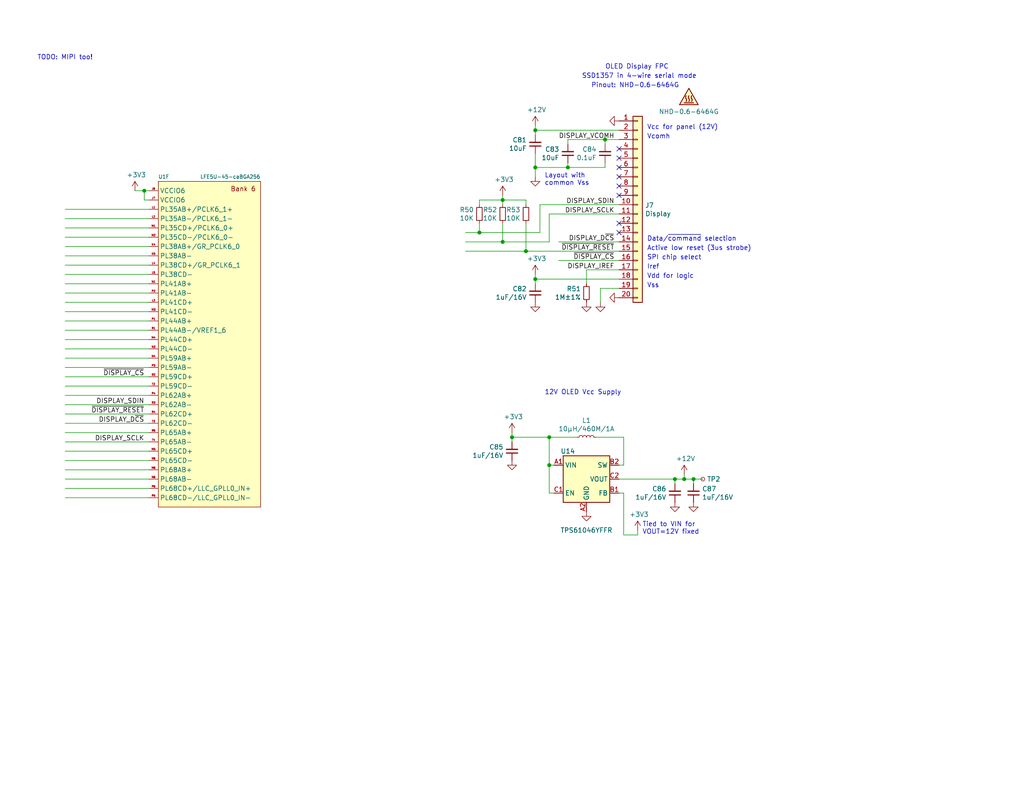
<source format=kicad_sch>
(kicad_sch (version 20200512) (host eeschema "(5.99.0-1839-gb83d64fc0)")
  (page 1 8)
  (paper "USLetter")
  (title_block (title "Embedded Display TX") (rev "r0A"))
  (lib_symbols
    (symbol "Connector:TestPoint_Small" (pin_numbers hide) (pin_names (offset 0.762) hide)
      (property "Reference" "TP" (at 0 3.81 0))
      (property "Value" "TestPoint_Small" (at 0 2.032 0))
      (symbol "TestPoint_Small_0_1"
        (circle (center 0 0) (radius 0.508))
      )
      (symbol "TestPoint_Small_1_1"
        (pin passive line (at 0 0 90) (length 0) (name "1") (number "1"))
      )
    )
    (symbol "Connector_Generic:Conn_01x20" (pin_names hide)
      (property "Reference" "J" (at 0 25.4 0))
      (property "Value" "Conn_01x20" (at 0 -27.94 0))
      (symbol "Conn_01x20_1_1"
        (rectangle (start -1.27 -4.953) (end 0 -5.207) (stroke (width 0.1524)))
        (rectangle (start -1.27 -7.493) (end 0 -7.747) (stroke (width 0.1524)))
        (rectangle (start -1.27 -10.033) (end 0 -10.287) (stroke (width 0.1524)))
        (rectangle (start -1.27 -12.573) (end 0 -12.827) (stroke (width 0.1524)))
        (rectangle (start -1.27 -15.113) (end 0 -15.367) (stroke (width 0.1524)))
        (rectangle (start -1.27 -17.653) (end 0 -17.907) (stroke (width 0.1524)))
        (rectangle (start -1.27 -20.193) (end 0 -20.447) (stroke (width 0.1524)))
        (rectangle (start -1.27 -22.733) (end 0 -22.987) (stroke (width 0.1524)))
        (rectangle (start -1.27 -2.413) (end 0 -2.667) (stroke (width 0.1524)))
        (rectangle (start -1.27 -25.273) (end 0 -25.527) (stroke (width 0.1524)))
        (rectangle (start -1.27 2.667) (end 0 2.413) (stroke (width 0.1524)))
        (rectangle (start -1.27 5.207) (end 0 4.953) (stroke (width 0.1524)))
        (rectangle (start -1.27 7.747) (end 0 7.493) (stroke (width 0.1524)))
        (rectangle (start -1.27 10.287) (end 0 10.033) (stroke (width 0.1524)))
        (rectangle (start -1.27 0.127) (end 0 -0.127) (stroke (width 0.1524)))
        (rectangle (start -1.27 12.827) (end 0 12.573) (stroke (width 0.1524)))
        (rectangle (start -1.27 15.367) (end 0 15.113) (stroke (width 0.1524)))
        (rectangle (start -1.27 17.907) (end 0 17.653) (stroke (width 0.1524)))
        (rectangle (start -1.27 20.447) (end 0 20.193) (stroke (width 0.1524)))
        (rectangle (start -1.27 22.987) (end 0 22.733) (stroke (width 0.1524)))
        (rectangle (start -1.27 24.13) (end 1.27 -26.67) (stroke (width 0.254)) (fill (type background)))
        (pin passive line (at -5.08 22.86 0) (length 3.81) (name "Pin_1") (number "1"))
        (pin passive line (at -5.08 0 0) (length 3.81) (name "Pin_10") (number "10"))
        (pin passive line (at -5.08 -2.54 0) (length 3.81) (name "Pin_11") (number "11"))
        (pin passive line (at -5.08 -5.08 0) (length 3.81) (name "Pin_12") (number "12"))
        (pin passive line (at -5.08 -7.62 0) (length 3.81) (name "Pin_13") (number "13"))
        (pin passive line (at -5.08 -10.16 0) (length 3.81) (name "Pin_14") (number "14"))
        (pin passive line (at -5.08 -12.7 0) (length 3.81) (name "Pin_15") (number "15"))
        (pin passive line (at -5.08 -15.24 0) (length 3.81) (name "Pin_16") (number "16"))
        (pin passive line (at -5.08 -17.78 0) (length 3.81) (name "Pin_17") (number "17"))
        (pin passive line (at -5.08 -20.32 0) (length 3.81) (name "Pin_18") (number "18"))
        (pin passive line (at -5.08 -22.86 0) (length 3.81) (name "Pin_19") (number "19"))
        (pin passive line (at -5.08 20.32 0) (length 3.81) (name "Pin_2") (number "2"))
        (pin passive line (at -5.08 -25.4 0) (length 3.81) (name "Pin_20") (number "20"))
        (pin passive line (at -5.08 17.78 0) (length 3.81) (name "Pin_3") (number "3"))
        (pin passive line (at -5.08 15.24 0) (length 3.81) (name "Pin_4") (number "4"))
        (pin passive line (at -5.08 12.7 0) (length 3.81) (name "Pin_5") (number "5"))
        (pin passive line (at -5.08 10.16 0) (length 3.81) (name "Pin_6") (number "6"))
        (pin passive line (at -5.08 7.62 0) (length 3.81) (name "Pin_7") (number "7"))
        (pin passive line (at -5.08 5.08 0) (length 3.81) (name "Pin_8") (number "8"))
        (pin passive line (at -5.08 2.54 0) (length 3.81) (name "Pin_9") (number "9"))
      )
    )
    (symbol "Device:C_Small" (pin_numbers hide) (pin_names (offset 0.254) hide)
      (property "Reference" "C" (at 0.254 1.778 0))
      (property "Value" "C_Small" (at 0.254 -2.032 0))
      (symbol "C_Small_0_1"
        (polyline (pts (xy -1.524 -0.508) (xy 1.524 -0.508)) (stroke (width 0.3302)))
        (polyline (pts (xy -1.524 0.508) (xy 1.524 0.508)) (stroke (width 0.3048)))
      )
      (symbol "C_Small_1_1"
        (pin passive line (at 0 2.54 270) (length 2.032) (name "~") (number "1"))
        (pin passive line (at 0 -2.54 90) (length 2.032) (name "~") (number "2"))
      )
    )
    (symbol "Device:C_Small_1" (pin_numbers hide) (pin_names (offset 0.254) hide)
      (property "Reference" "C" (at 0.254 1.778 0))
      (property "Value" "C_Small" (at 0.254 -2.032 0))
      (symbol "C_Small_1_0_1"
        (polyline (pts (xy -1.524 -0.508) (xy 1.524 -0.508)) (stroke (width 0.3302)))
        (polyline (pts (xy -1.524 0.508) (xy 1.524 0.508)) (stroke (width 0.3048)))
      )
      (symbol "C_Small_1_1_1"
        (pin passive line (at 0 2.54 270) (length 2.032) (name "~") (number "1"))
        (pin passive line (at 0 -2.54 90) (length 2.032) (name "~") (number "2"))
      )
    )
    (symbol "Device:C_Small_2" (pin_numbers hide) (pin_names (offset 0.254) hide)
      (property "Reference" "C" (at 0.254 1.778 0))
      (property "Value" "C_Small" (at 0.254 -2.032 0))
      (symbol "C_Small_2_0_1"
        (polyline (pts (xy -1.524 -0.508) (xy 1.524 -0.508)) (stroke (width 0.3302)))
        (polyline (pts (xy -1.524 0.508) (xy 1.524 0.508)) (stroke (width 0.3048)))
      )
      (symbol "C_Small_2_1_1"
        (pin passive line (at 0 2.54 270) (length 2.032) (name "~") (number "1"))
        (pin passive line (at 0 -2.54 90) (length 2.032) (name "~") (number "2"))
      )
    )
    (symbol "Device:L_Small" (pin_numbers hide) (pin_names (offset 0.254) hide)
      (property "Reference" "L" (at 0.762 1.016 0))
      (property "Value" "L_Small" (at 0.762 -1.016 0))
      (symbol "L_Small_0_1"
        (arc (start 0 -2.032) (end 0 -1.016) (radius (at 0 -1.524) (length 0.508) (angles -89.9 89.9)))
        (arc (start 0 -1.016) (end 0 0) (radius (at 0 -0.508) (length 0.508) (angles -89.9 89.9)))
        (arc (start 0 0) (end 0 1.016) (radius (at 0 0.508) (length 0.508) (angles -89.9 89.9)))
        (arc (start 0 1.016) (end 0 2.032) (radius (at 0 1.524) (length 0.508) (angles -89.9 89.9)))
      )
      (symbol "L_Small_1_1"
        (pin passive line (at 0 2.54 270) (length 0.508) (name "~") (number "1"))
        (pin passive line (at 0 -2.54 90) (length 0.508) (name "~") (number "2"))
      )
    )
    (symbol "Device:R_Small" (pin_numbers hide) (pin_names (offset 0.254) hide)
      (property "Reference" "R" (at 0.762 0.508 0))
      (property "Value" "R_Small" (at 0.762 -1.016 0))
      (symbol "R_Small_0_1"
        (rectangle (start -0.762 1.778) (end 0.762 -1.778) (stroke (width 0.2032)))
      )
      (symbol "R_Small_1_1"
        (pin passive line (at 0 2.54 270) (length 0.762) (name "~") (number "1"))
        (pin passive line (at 0 -2.54 90) (length 0.762) (name "~") (number "2"))
      )
    )
    (symbol "Device:R_Small_1" (pin_numbers hide) (pin_names (offset 0.254) hide)
      (property "Reference" "R" (at 0.762 0.508 0))
      (property "Value" "R_Small" (at 0.762 -1.016 0))
      (symbol "R_Small_1_0_1"
        (rectangle (start -0.762 1.778) (end 0.762 -1.778) (stroke (width 0.2032)))
      )
      (symbol "R_Small_1_1_1"
        (pin passive line (at 0 2.54 270) (length 0.762) (name "~") (number "1"))
        (pin passive line (at 0 -2.54 90) (length 0.762) (name "~") (number "2"))
      )
    )
    (symbol "Device:R_Small_2" (pin_numbers hide) (pin_names (offset 0.254) hide)
      (property "Reference" "R" (at 0.762 0.508 0))
      (property "Value" "R_Small" (at 0.762 -1.016 0))
      (symbol "R_Small_2_0_1"
        (rectangle (start -0.762 1.778) (end 0.762 -1.778) (stroke (width 0.2032)))
      )
      (symbol "R_Small_2_1_1"
        (pin passive line (at 0 2.54 270) (length 0.762) (name "~") (number "1"))
        (pin passive line (at 0 -2.54 90) (length 0.762) (name "~") (number "2"))
      )
    )
    (symbol "Device:R_Small_5" (pin_numbers hide) (pin_names (offset 0.254) hide)
      (property "Reference" "R" (at 0.762 0.508 0))
      (property "Value" "R_Small" (at 0.762 -1.016 0))
      (symbol "R_Small_5_0_1"
        (rectangle (start -0.762 1.778) (end 0.762 -1.778) (stroke (width 0.2032)))
      )
      (symbol "R_Small_5_1_1"
        (pin passive line (at 0 2.54 270) (length 0.762) (name "~") (number "1"))
        (pin passive line (at 0 -2.54 90) (length 0.762) (name "~") (number "2"))
      )
    )
    (symbol "FPGA_Lattice_RD:LFE5U-XX-XBG256_6"
      (property "Reference" "U" (at 0 21.59 0))
      (property "Value" "LFE5U-XX-XBG256" (at 0 20.32 0))
      (symbol "LFE5U-XX-XBG256_6_2_1"
        (text "Bank 0" (at 12.7 16.51 0) (effects (font (size 1.27 1.27)) (justify right top)))
        (rectangle (start -13.97 17.78) (end 13.97 -50.8) (stroke (width 0.1524)) (fill (type background)))
        (pin bidirectional line (at -16.51 10.16 0) (length 2.4892) (name "PT4AB+/ULC_GPLL1_IN+") (number "A2"))
        (pin bidirectional line (at -16.51 5.08 0) (length 2.4892) (name "PT6AB+") (number "A3"))
        (pin bidirectional line (at -16.51 2.54 0) (length 2.4892) (name "PT6AB-") (number "A4"))
        (pin bidirectional line (at -16.51 -20.32 0) (length 2.4892) (name "PT18AB+") (number "A5"))
        (pin bidirectional line (at -16.51 -22.86 0) (length 2.4892) (name "PT18AB-") (number "A6"))
        (pin bidirectional line (at -16.51 -45.72 0) (length 2.4892) (name "PT38AB+/PCLK0_0+") (number "A7"))
        (pin bidirectional line (at -16.51 -48.26 0) (length 2.4892) (name "PT38AB-/PCLK0_0-") (number "A8"))
        (pin bidirectional line (at -16.51 7.62 0) (length 2.4892) (name "PT4AB-/ULC_GPLL1_IN-") (number "B3"))
        (pin bidirectional line (at -16.51 -7.62 0) (length 2.4892) (name "PT11AB-") (number "B4"))
        (pin bidirectional line (at -16.51 -17.78 0) (length 2.4892) (name "PT15AB-") (number "B5"))
        (pin bidirectional line (at -16.51 -33.02 0) (length 2.4892) (name "PT31AB-") (number "B6"))
        (pin bidirectional line (at -16.51 -43.18 0) (length 2.4892) (name "PT36AB-/PCLK0_1-") (number "B7"))
        (pin bidirectional line (at -16.51 -5.08 0) (length 2.4892) (name "PT11AB+") (number "C4"))
        (pin bidirectional line (at -16.51 -15.24 0) (length 2.4892) (name "PT15AB+") (number "C5"))
        (pin bidirectional line (at -16.51 -30.48 0) (length 2.4892) (name "PT31AB+") (number "C6"))
        (pin bidirectional line (at -16.51 -40.64 0) (length 2.4892) (name "PT36AB+/PCLK0_1+") (number "C7"))
        (pin bidirectional line (at -16.51 -2.54 0) (length 2.4892) (name "PT9AB-") (number "D4"))
        (pin bidirectional line (at -16.51 -12.7 0) (length 2.4892) (name "PT13AB-") (number "D5"))
        (pin bidirectional line (at -16.51 -27.94 0) (length 2.4892) (name "PT20AB-") (number "D6"))
        (pin bidirectional line (at -16.51 -38.1 0) (length 2.4892) (name "PT33AB-/GR_PCLK0_0") (number "D7"))
        (pin bidirectional line (at -16.51 0 0) (length 2.4892) (name "PT9AB+") (number "E4"))
        (pin bidirectional line (at -16.51 -10.16 0) (length 2.4892) (name "PT13AB+") (number "E5"))
        (pin bidirectional line (at -16.51 -25.4 0) (length 2.4892) (name "PT20AB+") (number "E6"))
        (pin bidirectional line (at -16.51 -35.56 0) (length 2.4892) (name "PT33AB+/GR_PCLK0_1") (number "E7"))
        (pin power_in line (at -16.51 15.24 0) (length 2.4892) (name "VCCIO0") (number "F6"))
        (pin power_in line (at -16.51 12.7 0) (length 2.4892) (name "VCCIO0") (number "F7"))
      )
      (symbol "LFE5U-XX-XBG256_6_3_1"
        (text "Bank 1" (at 12.7 16.51 0) (effects (font (size 1.27 1.27)) (justify right top)))
        (rectangle (start -13.97 17.78) (end 13.97 -71.12) (stroke (width 0.1524)) (fill (type background)))
        (pin bidirectional line (at -16.51 -12.7 0) (length 2.4892) (name "PT51AB-") (number "A10"))
        (pin bidirectional line (at -16.51 -35.56 0) (length 2.4892) (name "PT71AB+") (number "A11"))
        (pin bidirectional line (at -16.51 -38.1 0) (length 2.4892) (name "PT71AB-") (number "A12"))
        (pin bidirectional line (at -16.51 -60.96 0) (length 2.4892) (name "PT83AB+") (number "A13"))
        (pin bidirectional line (at -16.51 -63.5 0) (length 2.4892) (name "PT83AB-") (number "A14"))
        (pin bidirectional line (at -16.51 -68.58 0) (length 2.4892) (name "PT85AB-/URC_GPLL1_IN-") (number "A15"))
        (pin bidirectional line (at -16.51 -10.16 0) (length 2.4892) (name "PT51AB+") (number "A9"))
        (pin bidirectional line (at -16.51 -15.24 0) (length 2.4892) (name "PT53AB+") (number "B10"))
        (pin bidirectional line (at -16.51 -25.4 0) (length 2.4892) (name "PT58AB+") (number "B11"))
        (pin bidirectional line (at -16.51 -40.64 0) (length 2.4892) (name "PT74AB+") (number "B12"))
        (pin bidirectional line (at -16.51 -50.8 0) (length 2.4892) (name "PT78AB+") (number "B13"))
        (pin bidirectional line (at -16.51 -66.04 0) (length 2.4892) (name "PT85AB+/URC_GPLL1_IN+") (number "B14"))
        (pin bidirectional line (at -16.51 2.54 0) (length 2.4892) (name "PT44AB-/PCLK1_0-") (number "B8"))
        (pin bidirectional line (at -16.51 0 0) (length 2.4892) (name "PT47AB+/GR_PCLK1_0") (number "B9"))
        (pin bidirectional line (at -16.51 -17.78 0) (length 2.4892) (name "PT53AB-") (number "C10"))
        (pin bidirectional line (at -16.51 -27.94 0) (length 2.4892) (name "PT58AB-") (number "C11"))
        (pin bidirectional line (at -16.51 -43.18 0) (length 2.4892) (name "PT74AB-") (number "C12"))
        (pin bidirectional line (at -16.51 -53.34 0) (length 2.4892) (name "PT78AB-") (number "C13"))
        (pin bidirectional line (at -16.51 5.08 0) (length 2.4892) (name "PT44AB+/PCLK1_0+") (number "C8"))
        (pin bidirectional line (at -16.51 -2.54 0) (length 2.4892) (name "PT47AB-/GR_PCLK1_1") (number "C9"))
        (pin bidirectional line (at -16.51 -20.32 0) (length 2.4892) (name "PT56AB+") (number "D10"))
        (pin bidirectional line (at -16.51 -30.48 0) (length 2.4892) (name "PT69AB+") (number "D11"))
        (pin bidirectional line (at -16.51 -45.72 0) (length 2.4892) (name "PT76AB+") (number "D12"))
        (pin bidirectional line (at -16.51 -55.88 0) (length 2.4892) (name "PT80AB+") (number "D13"))
        (pin bidirectional line (at -16.51 7.62 0) (length 2.4892) (name "PT42AB-/PCLK1_1-") (number "D8"))
        (pin bidirectional line (at -16.51 -5.08 0) (length 2.4892) (name "PT49AB+") (number "D9"))
        (pin bidirectional line (at -16.51 -22.86 0) (length 2.4892) (name "PT56AB-") (number "E10"))
        (pin bidirectional line (at -16.51 -33.02 0) (length 2.4892) (name "PT69AB-") (number "E11"))
        (pin bidirectional line (at -16.51 -48.26 0) (length 2.4892) (name "PT76AB-") (number "E12"))
        (pin bidirectional line (at -16.51 -58.42 0) (length 2.4892) (name "PT80AB-") (number "E13"))
        (pin bidirectional line (at -16.51 10.16 0) (length 2.4892) (name "PT42AB+/PCLK1_1+") (number "E8"))
        (pin bidirectional line (at -16.51 -7.62 0) (length 2.4892) (name "PT49AB-") (number "E9"))
        (pin power_in line (at -16.51 15.24 0) (length 2.4892) (name "VCCIO1") (number "F10"))
        (pin power_in line (at -16.51 12.7 0) (length 2.4892) (name "VCCIO1") (number "F11"))
      )
      (symbol "LFE5U-XX-XBG256_6_4_1"
        (text "Bank 2" (at 12.7 16.51 0) (effects (font (size 1.27 1.27)) (justify right top)))
        (rectangle (start -13.97 17.78) (end 13.97 -71.12) (stroke (width 0.1524)) (fill (type background)))
        (pin bidirectional line (at -16.51 7.62 0) (length 2.4892) (name "PR11AB-/URC_GPLL0_IN-") (number "B15"))
        (pin bidirectional line (at -16.51 10.16 0) (length 2.4892) (name "PR11AB+/URC_GPLL0_IN+") (number "B16"))
        (pin bidirectional line (at -16.51 5.08 0) (length 2.4892) (name "PR11CD+") (number "C14"))
        (pin bidirectional line (at -16.51 -2.54 0) (length 2.4892) (name "PR14AB-") (number "C15"))
        (pin bidirectional line (at -16.51 0 0) (length 2.4892) (name "PR14AB+") (number "C16"))
        (pin bidirectional line (at -16.51 2.54 0) (length 2.4892) (name "PR11CD-") (number "D14"))
        (pin bidirectional line (at -16.51 -10.16 0) (length 2.4892) (name "PR17AB+") (number "D16"))
        (pin bidirectional line (at -16.51 -5.08 0) (length 2.4892) (name "PR14CD+") (number "E14"))
        (pin bidirectional line (at -16.51 -12.7 0) (length 2.4892) (name "PR17AB-") (number "E15"))
        (pin bidirectional line (at -16.51 -27.94 0) (length 2.4892) (name "PR20CD-") (number "E16"))
        (pin bidirectional line (at -16.51 -17.78 0) (length 2.4892) (name "PR17CD-") (number "F12"))
        (pin bidirectional line (at -16.51 -15.24 0) (length 2.4892) (name "PR17CD+") (number "F13"))
        (pin bidirectional line (at -16.51 -7.62 0) (length 2.4892) (name "PR14CD-") (number "F14"))
        (pin bidirectional line (at -16.51 -25.4 0) (length 2.4892) (name "PR20CD+") (number "F15"))
        (pin bidirectional line (at -16.51 -30.48 0) (length 2.4892) (name "PR23AB+") (number "F16"))
        (pin bidirectional line (at -16.51 -20.32 0) (length 2.4892) (name "PR20AB+") (number "G12"))
        (pin bidirectional line (at -16.51 -22.86 0) (length 2.4892) (name "PR20AB-") (number "G13"))
        (pin bidirectional line (at -16.51 -35.56 0) (length 2.4892) (name "PR23CD+/VREF1_2") (number "G14"))
        (pin bidirectional line (at -16.51 -33.02 0) (length 2.4892) (name "PR23AB-") (number "G15"))
        (pin bidirectional line (at -16.51 -50.8 0) (length 2.4892) (name "PR29AB+/GR_PCLK2_1") (number "G16"))
        (pin power_in line (at -16.51 15.24 0) (length 2.4892) (name "VCCIO2") (number "H11"))
        (pin bidirectional line (at -16.51 -40.64 0) (length 2.4892) (name "PR26AB+") (number "H12"))
        (pin bidirectional line (at -16.51 -43.18 0) (length 2.4892) (name "PR26AB-") (number "H13"))
        (pin bidirectional line (at -16.51 -38.1 0) (length 2.4892) (name "PR23CD-") (number "H14"))
        (pin bidirectional line (at -16.51 -53.34 0) (length 2.4892) (name "PR29AB-") (number "H15"))
        (pin power_in line (at -16.51 12.7 0) (length 2.4892) (name "VCCIO2") (number "J11"))
        (pin bidirectional line (at -16.51 -48.26 0) (length 2.4892) (name "PR26CD-") (number "J12"))
        (pin bidirectional line (at -16.51 -45.72 0) (length 2.4892) (name "PR26CD+") (number "J13"))
        (pin bidirectional line (at -16.51 -55.88 0) (length 2.4892) (name "PR29CD+/GR_PCLK2_0") (number "J14"))
        (pin bidirectional line (at -16.51 -63.5 0) (length 2.4892) (name "PR32AB-/PCLK2_1-") (number "J15"))
        (pin bidirectional line (at -16.51 -60.96 0) (length 2.4892) (name "PR32AB+/PCLK2_1+") (number "J16"))
        (pin bidirectional line (at -16.51 -58.42 0) (length 2.4892) (name "PR29CD-") (number "K14"))
        (pin bidirectional line (at -16.51 -68.58 0) (length 2.4892) (name "PR32CD-/PCLK2_0-") (number "K15"))
        (pin bidirectional line (at -16.51 -66.04 0) (length 2.4892) (name "PR32CD+/PCLK2_0+") (number "K16"))
      )
      (symbol "LFE5U-XX-XBG256_6_5_1"
        (text "Bank 3" (at 12.7 16.51 0) (effects (font (size 1.27 1.27)) (justify right top)))
        (rectangle (start -13.97 17.78) (end 13.97 -71.12) (stroke (width 0.1524)) (fill (type background)))
        (pin power_in line (at -16.51 15.24 0) (length 2.4892) (name "VCCIO3") (number "K11"))
        (pin bidirectional line (at -16.51 -2.54 0) (length 2.4892) (name "PR38AB-") (number "K12"))
        (pin bidirectional line (at -16.51 0 0) (length 2.4892) (name "PR38AB+/GR_PCLK3_0") (number "K13"))
        (pin power_in line (at -16.51 12.7 0) (length 2.4892) (name "VCCIO3") (number "L11"))
        (pin bidirectional line (at -16.51 -7.62 0) (length 2.4892) (name "PR38CD-") (number "L12"))
        (pin bidirectional line (at -16.51 -5.08 0) (length 2.4892) (name "PR38CD+/GR_PCLK3_1") (number "L13"))
        (pin bidirectional line (at -16.51 -15.24 0) (length 2.4892) (name "PR41CD+") (number "L14"))
        (pin bidirectional line (at -16.51 7.62 0) (length 2.4892) (name "PR35AB-/PCLK3_1-") (number "L15"))
        (pin bidirectional line (at -16.51 10.16 0) (length 2.4892) (name "PR35AB+/PCLK3_1+") (number "L16"))
        (pin bidirectional line (at -16.51 -60.96 0) (length 2.4892) (name "PR68AB+") (number "M11"))
        (pin bidirectional line (at -16.51 -55.88 0) (length 2.4892) (name "PR65CD+") (number "M12"))
        (pin bidirectional line (at -16.51 -25.4 0) (length 2.4892) (name "PR44CD+") (number "M13"))
        (pin bidirectional line (at -16.51 -17.78 0) (length 2.4892) (name "PR41CD-") (number "M14"))
        (pin bidirectional line (at -16.51 2.54 0) (length 2.4892) (name "PR35CD-/PCLK3_0-") (number "M15"))
        (pin bidirectional line (at -16.51 5.08 0) (length 2.4892) (name "PR35CD+/PCLK3_0+") (number "M16"))
        (pin bidirectional line (at -16.51 -63.5 0) (length 2.4892) (name "PR68AB-") (number "N11"))
        (pin bidirectional line (at -16.51 -58.42 0) (length 2.4892) (name "PR65CD-") (number "N12"))
        (pin bidirectional line (at -16.51 -30.48 0) (length 2.4892) (name "PR59AB+") (number "N13"))
        (pin bidirectional line (at -16.51 -27.94 0) (length 2.4892) (name "PR44CD-") (number "N14"))
        (pin bidirectional line (at -16.51 -10.16 0) (length 2.4892) (name "PR41AB+") (number "N16"))
        (pin bidirectional line (at -16.51 -66.04 0) (length 2.4892) (name "PR68CD+/LRC_GPLL0_IN+") (number "P11"))
        (pin bidirectional line (at -16.51 -68.58 0) (length 2.4892) (name "PR68CD-/LRC_GPLL0_IN-") (number "P12"))
        (pin bidirectional line (at -16.51 -40.64 0) (length 2.4892) (name "PR62AB+") (number "P13"))
        (pin bidirectional line (at -16.51 -33.02 0) (length 2.4892) (name "PR59AB-") (number "P14"))
        (pin bidirectional line (at -16.51 -12.7 0) (length 2.4892) (name "PR41AB-") (number "P15"))
        (pin bidirectional line (at -16.51 -20.32 0) (length 2.4892) (name "PR44AB+") (number "P16"))
        (pin bidirectional line (at -16.51 -50.8 0) (length 2.4892) (name "PR65AB+") (number "R12"))
        (pin bidirectional line (at -16.51 -45.72 0) (length 2.4892) (name "PR62CD+") (number "R13"))
        (pin bidirectional line (at -16.51 -43.18 0) (length 2.4892) (name "PR62AB-") (number "R14"))
        (pin bidirectional line (at -16.51 -35.56 0) (length 2.4892) (name "PR59CD+") (number "R15"))
        (pin bidirectional line (at -16.51 -22.86 0) (length 2.4892) (name "PR44AB-/VREF1_3") (number "R16"))
        (pin bidirectional line (at -16.51 -53.34 0) (length 2.4892) (name "PR65AB-") (number "T13"))
        (pin bidirectional line (at -16.51 -48.26 0) (length 2.4892) (name "PR62CD-") (number "T14"))
        (pin bidirectional line (at -16.51 -38.1 0) (length 2.4892) (name "PR59CD-") (number "T15"))
      )
      (symbol "LFE5U-XX-XBG256_6_6_1"
        (text "Bank 6" (at 12.7 16.51 0) (effects (font (size 1.27 1.27)) (justify right top)))
        (rectangle (start -13.97 17.78) (end 13.97 -71.12) (stroke (width 0.1524)) (fill (type background)))
        (pin power_in line (at -16.51 15.24 0) (length 2.4892) (name "VCCIO6") (number "J6"))
        (pin power_in line (at -16.51 12.7 0) (length 2.4892) (name "VCCIO6") (number "J7"))
        (pin bidirectional line (at -16.51 0 0) (length 2.4892) (name "PL38AB+/GR_PCLK6_0") (number "K4"))
        (pin bidirectional line (at -16.51 -2.54 0) (length 2.4892) (name "PL38AB-") (number "K5"))
        (pin bidirectional line (at -16.51 10.16 0) (length 2.4892) (name "PL35AB+/PCLK6_1+") (number "L1"))
        (pin bidirectional line (at -16.51 7.62 0) (length 2.4892) (name "PL35AB-/PCLK6_1-") (number "L2"))
        (pin bidirectional line (at -16.51 -15.24 0) (length 2.4892) (name "PL41CD+") (number "L3"))
        (pin bidirectional line (at -16.51 -5.08 0) (length 2.4892) (name "PL38CD+/GR_PCLK6_1") (number "L4"))
        (pin bidirectional line (at -16.51 -7.62 0) (length 2.4892) (name "PL38CD-") (number "L5"))
        (pin bidirectional line (at -16.51 5.08 0) (length 2.4892) (name "PL35CD+/PCLK6_0+") (number "M1"))
        (pin bidirectional line (at -16.51 2.54 0) (length 2.4892) (name "PL35CD-/PCLK6_0-") (number "M2"))
        (pin bidirectional line (at -16.51 -17.78 0) (length 2.4892) (name "PL41CD-") (number "M3"))
        (pin bidirectional line (at -16.51 -25.4 0) (length 2.4892) (name "PL44CD+") (number "M4"))
        (pin bidirectional line (at -16.51 -55.88 0) (length 2.4892) (name "PL65CD+") (number "M5"))
        (pin bidirectional line (at -16.51 -60.96 0) (length 2.4892) (name "PL68AB+") (number "M6"))
        (pin bidirectional line (at -16.51 -10.16 0) (length 2.4892) (name "PL41AB+") (number "N1"))
        (pin bidirectional line (at -16.51 -27.94 0) (length 2.4892) (name "PL44CD-") (number "N3"))
        (pin bidirectional line (at -16.51 -30.48 0) (length 2.4892) (name "PL59AB+") (number "N4"))
        (pin bidirectional line (at -16.51 -58.42 0) (length 2.4892) (name "PL65CD-") (number "N5"))
        (pin bidirectional line (at -16.51 -63.5 0) (length 2.4892) (name "PL68AB-") (number "N6"))
        (pin bidirectional line (at -16.51 -20.32 0) (length 2.4892) (name "PL44AB+") (number "P1"))
        (pin bidirectional line (at -16.51 -12.7 0) (length 2.4892) (name "PL41AB-") (number "P2"))
        (pin bidirectional line (at -16.51 -33.02 0) (length 2.4892) (name "PL59AB-") (number "P3"))
        (pin bidirectional line (at -16.51 -40.64 0) (length 2.4892) (name "PL62AB+") (number "P4"))
        (pin bidirectional line (at -16.51 -68.58 0) (length 2.4892) (name "PL68CD-/LLC_GPLL0_IN-") (number "P5"))
        (pin bidirectional line (at -16.51 -66.04 0) (length 2.4892) (name "PL68CD+/LLC_GPLL0_IN+") (number "P6"))
        (pin bidirectional line (at -16.51 -22.86 0) (length 2.4892) (name "PL44AB-/VREF1_6") (number "R1"))
        (pin bidirectional line (at -16.51 -35.56 0) (length 2.4892) (name "PL59CD+") (number "R2"))
        (pin bidirectional line (at -16.51 -43.18 0) (length 2.4892) (name "PL62AB-") (number "R3"))
        (pin bidirectional line (at -16.51 -45.72 0) (length 2.4892) (name "PL62CD+") (number "R4"))
        (pin bidirectional line (at -16.51 -50.8 0) (length 2.4892) (name "PL65AB+") (number "R5"))
        (pin bidirectional line (at -16.51 -38.1 0) (length 2.4892) (name "PL59CD-") (number "T2"))
        (pin bidirectional line (at -16.51 -48.26 0) (length 2.4892) (name "PL62CD-") (number "T3"))
        (pin bidirectional line (at -16.51 -53.34 0) (length 2.4892) (name "PL65AB-") (number "T4"))
      )
      (symbol "LFE5U-XX-XBG256_6_7_1"
        (text "Bank 7" (at 12.7 16.51 0) (effects (font (size 1.27 1.27)) (justify right top)))
        (rectangle (start -13.97 17.78) (end 13.97 -71.12) (stroke (width 0.1524)) (fill (type background)))
        (pin bidirectional line (at -16.51 10.16 0) (length 2.4892) (name "PL11AB+/ULC_GPLL0_IN+") (number "B1"))
        (pin bidirectional line (at -16.51 7.62 0) (length 2.4892) (name "PL11AB-/ULC_GPLL0_IN-") (number "B2"))
        (pin bidirectional line (at -16.51 0 0) (length 2.4892) (name "PL14AB+") (number "C1"))
        (pin bidirectional line (at -16.51 -2.54 0) (length 2.4892) (name "PL14AB-") (number "C2"))
        (pin bidirectional line (at -16.51 5.08 0) (length 2.4892) (name "PL11CD+") (number "C3"))
        (pin bidirectional line (at -16.51 -10.16 0) (length 2.4892) (name "PL17AB+") (number "D1"))
        (pin bidirectional line (at -16.51 2.54 0) (length 2.4892) (name "PL11CD-") (number "D3"))
        (pin bidirectional line (at -16.51 -27.94 0) (length 2.4892) (name "PL20CD-") (number "E1"))
        (pin bidirectional line (at -16.51 -12.7 0) (length 2.4892) (name "PL17AB-") (number "E2"))
        (pin bidirectional line (at -16.51 -5.08 0) (length 2.4892) (name "PL14CD+") (number "E3"))
        (pin bidirectional line (at -16.51 -30.48 0) (length 2.4892) (name "PL23AB+") (number "F1"))
        (pin bidirectional line (at -16.51 -25.4 0) (length 2.4892) (name "PL20CD+") (number "F2"))
        (pin bidirectional line (at -16.51 -7.62 0) (length 2.4892) (name "PL14CD-") (number "F3"))
        (pin bidirectional line (at -16.51 -15.24 0) (length 2.4892) (name "PL17CD+") (number "F4"))
        (pin bidirectional line (at -16.51 -17.78 0) (length 2.4892) (name "PL17CD-") (number "F5"))
        (pin bidirectional line (at -16.51 -50.8 0) (length 2.4892) (name "PL29AB+/GR_PCLK7_1") (number "G1"))
        (pin bidirectional line (at -16.51 -33.02 0) (length 2.4892) (name "PL23AB-") (number "G2"))
        (pin bidirectional line (at -16.51 -35.56 0) (length 2.4892) (name "PL23CD+/VREF1_7") (number "G3"))
        (pin bidirectional line (at -16.51 -22.86 0) (length 2.4892) (name "PL20AB-") (number "G4"))
        (pin bidirectional line (at -16.51 -20.32 0) (length 2.4892) (name "PL20AB+") (number "G5"))
        (pin bidirectional line (at -16.51 -53.34 0) (length 2.4892) (name "PL29AB-") (number "H2"))
        (pin bidirectional line (at -16.51 -38.1 0) (length 2.4892) (name "PL23CD-") (number "H3"))
        (pin bidirectional line (at -16.51 -43.18 0) (length 2.4892) (name "PL26AB-") (number "H4"))
        (pin bidirectional line (at -16.51 -40.64 0) (length 2.4892) (name "PL26AB+") (number "H5"))
        (pin power_in line (at -16.51 15.24 0) (length 2.4892) (name "VCCIO7") (number "H6"))
        (pin power_in line (at -16.51 12.7 0) (length 2.4892) (name "VCCIO7") (number "H7"))
        (pin bidirectional line (at -16.51 -60.96 0) (length 2.4892) (name "PL32AB+/PCLK7_1+") (number "J1"))
        (pin bidirectional line (at -16.51 -63.5 0) (length 2.4892) (name "PL32AB-/PCLK7_1-") (number "J2"))
        (pin bidirectional line (at -16.51 -55.88 0) (length 2.4892) (name "PL29CD+/GR_PCLK7_0") (number "J3"))
        (pin bidirectional line (at -16.51 -45.72 0) (length 2.4892) (name "PL26CD+") (number "J4"))
        (pin bidirectional line (at -16.51 -48.26 0) (length 2.4892) (name "PL26CD-") (number "J5"))
        (pin bidirectional line (at -16.51 -66.04 0) (length 2.4892) (name "PL32CD+/PCLK7_0+") (number "K1"))
        (pin bidirectional line (at -16.51 -68.58 0) (length 2.4892) (name "PL32CD-/PCLK7_0-") (number "K2"))
        (pin bidirectional line (at -16.51 -58.42 0) (length 2.4892) (name "PL29CD-") (number "K3"))
      )
      (symbol "LFE5U-XX-XBG256_6_8_1"
        (text "Bank 8" (at 19.05 16.51 0) (effects (font (size 1.27 1.27)) (justify right top)))
        (rectangle (start -17.78 17.78) (end 20.32 -52.07) (fill (type background)))
        (pin power_in line (at -20.32 15.24 0) (length 2.4892) (name "VCCIO8") (number "L6"))
        (pin output line (at -20.32 3.81 0) (length 2.4892) (name "TDO") (number "M10"))
        (pin bidirectional line (at -20.32 -31.75 0) (length 2.4892) (name "PB9AB-/D2/IO2") (number "M7"))
        (pin bidirectional line (at -20.32 -44.45 0) (length 2.4892) (name "PB15AB-/DOUT/~CSO") (number "M8"))
        (pin bidirectional line (at -20.32 -49.53 0) (length 2.4892) (name "PB18A/~WRITE") (number "M9"))
        (pin input line (at -20.32 1.27 0) (length 2.4892) (name "CFG_0") (number "N10"))
        (pin bidirectional line (at -20.32 -29.21 0) (length 2.4892) (name "PB9AB+/D3/IO3") (number "N7"))
        (pin bidirectional line (at -20.32 -46.99 0) (length 2.4892) (name "PB15AB+/~HOLD~/DI/BUSY/~CSSPI~/~CE~") (number "N8"))
        (pin bidirectional line (at -20.32 -13.97 0) (length 2.4892) (name "CCLK/MCLK/SCK") (number "N9"))
        (pin input line (at -20.32 -1.27 0) (length 2.4892) (name "CFG_1") (number "P10"))
        (pin bidirectional line (at -20.32 -26.67 0) (length 2.4892) (name "PB6AB-/D4/MOSI2/IO4") (number "P7"))
        (pin bidirectional line (at -20.32 -41.91 0) (length 2.4892) (name "PB13AB-/~CS1") (number "P8"))
        (pin bidirectional line (at -20.32 -11.43 0) (length 2.4892) (name "DONE") (number "P9"))
        (pin input line (at -20.32 -3.81 0) (length 2.4892) (name "CFG_2") (number "R10"))
        (pin input line (at -20.32 6.35 0) (length 2.4892) (name "TDI") (number "R11"))
        (pin bidirectional line (at -20.32 -21.59 0) (length 2.4892) (name "PB4AB-/D6/IO6") (number "R6"))
        (pin bidirectional line (at -20.32 -24.13 0) (length 2.4892) (name "PB6AB+/D5/MISO2/IO5") (number "R7"))
        (pin bidirectional line (at -20.32 -39.37 0) (length 2.4892) (name "PB13AB+/SN/~CS") (number "R8"))
        (pin input line (at -20.32 -8.89 0) (length 2.4892) (name "~PROGRAM") (number "R9"))
        (pin input line (at -20.32 8.89 0) (length 2.4892) (name "TCK") (number "T10"))
        (pin input line (at -20.32 11.43 0) (length 2.4892) (name "TMS") (number "T11"))
        (pin bidirectional line (at -20.32 -19.05 0) (length 2.4892) (name "PB4AB+/D7/IO7") (number "T6"))
        (pin bidirectional line (at -20.32 -34.29 0) (length 2.4892) (name "PB11AB+/D1/MISO/IO1") (number "T7"))
        (pin bidirectional line (at -20.32 -36.83 0) (length 2.4892) (name "PB11AB-/D0/MOSI/IO0") (number "T8"))
        (pin bidirectional line (at -20.32 -6.35 0) (length 2.4892) (name "~INIT") (number "T9"))
      )
      (symbol "LFE5U-XX-XBG256_6_1_1"
        (rectangle (start -19.05 17.78) (end 19.05 -7.62) (fill (type background)))
        (pin power_in line (at -16.51 -10.16 90) (length 2.4892) (name "GND") (number "A1"))
        (pin power_in line (at -15.24 -10.16 90) (length 2.4892) (name "GND") (number "A16"))
        (pin power_in line (at -12.7 -10.16 90) (length 2.4892) (name "GND") (number "D15"))
        (pin power_in line (at -13.97 -10.16 90) (length 2.4892) (name "GND") (number "D2"))
        (pin power_in line (at -11.43 -10.16 90) (length 2.4892) (name "GND") (number "F8"))
        (pin power_in line (at -10.16 -10.16 90) (length 2.4892) (name "GND") (number "F9"))
        (pin power_in line (at -7.62 -10.16 90) (length 2.4892) (name "GND") (number "G10"))
        (pin power_in line (at -21.59 0 0) (length 2.4892) (name "VCCAUX") (number "G11"))
        (pin power_in line (at -21.59 15.24 0) (length 2.4892) (name "VCC") (number "G6"))
        (pin power_in line (at -21.59 12.7 0) (length 2.4892) (name "VCC") (number "G7"))
        (pin power_in line (at -8.89 -10.16 90) (length 2.4892) (name "GND") (number "G8"))
        (pin power_in line (at -21.59 10.16 0) (length 2.4892) (name "VCC") (number "G9"))
        (pin power_in line (at -6.35 -10.16 90) (length 2.4892) (name "GND") (number "H1"))
        (pin power_in line (at -2.54 -10.16 90) (length 2.4892) (name "GND") (number "H10"))
        (pin power_in line (at -1.27 -10.16 90) (length 2.4892) (name "GND") (number "H16"))
        (pin power_in line (at -5.08 -10.16 90) (length 2.4892) (name "GND") (number "H8"))
        (pin power_in line (at -3.81 -10.16 90) (length 2.4892) (name "GND") (number "H9"))
        (pin power_in line (at 2.54 -10.16 90) (length 2.4892) (name "GND") (number "J10"))
        (pin power_in line (at 0 -10.16 90) (length 2.4892) (name "GND") (number "J8"))
        (pin power_in line (at 1.27 -10.16 90) (length 2.4892) (name "GND") (number "J9"))
        (pin power_in line (at 8.89 -10.16 90) (length 2.4892) (name "GND") (number "K10"))
        (pin power_in line (at 3.81 -10.16 90) (length 2.4892) (name "GND") (number "K6"))
        (pin power_in line (at 5.08 -10.16 90) (length 2.4892) (name "GND") (number "K7"))
        (pin power_in line (at 6.35 -10.16 90) (length 2.4892) (name "GND") (number "K8"))
        (pin power_in line (at 7.62 -10.16 90) (length 2.4892) (name "GND") (number "K9"))
        (pin power_in line (at -21.59 2.54 0) (length 2.4892) (name "VCC") (number "L10"))
        (pin power_in line (at -21.59 -2.54 0) (length 2.4892) (name "VCCAUX") (number "L7"))
        (pin power_in line (at -21.59 7.62 0) (length 2.4892) (name "VCC") (number "L8"))
        (pin power_in line (at -21.59 5.08 0) (length 2.4892) (name "VCC") (number "L9"))
        (pin power_in line (at 11.43 -10.16 90) (length 2.4892) (name "GND") (number "N15"))
        (pin power_in line (at 10.16 -10.16 90) (length 2.4892) (name "GND") (number "N2"))
        (pin power_in line (at 12.7 -10.16 90) (length 2.4892) (name "GND") (number "T1"))
        (pin power_in line (at 15.24 -10.16 90) (length 2.4892) (name "GND") (number "T12"))
        (pin power_in line (at 16.51 -10.16 90) (length 2.4892) (name "GND") (number "T16"))
        (pin power_in line (at 13.97 -10.16 90) (length 2.4892) (name "GND") (number "T5"))
      )
    )
    (symbol "Graphic:SYM_Hot_Small" (pin_names hide)
      (symbol "SYM_Hot_Small_0_1"
        (arc (start -0.762 -1.016) (end -0.762 -0.254) (radius (at -1.27 -0.635) (length 0.635) (angles -36.9 36.9)) (stroke (width 0.254)))
        (arc (start 0 -1.016) (end 0 -0.254) (radius (at -0.508 -0.635) (length 0.635) (angles -36.9 36.9)) (stroke (width 0.254)))
        (arc (start -0.762 0.508) (end -0.762 -0.254) (radius (at -0.254 0.127) (length 0.635) (angles 143.1 -143.1)) (stroke (width 0.254)))
        (arc (start 0.762 -1.016) (end 0.762 -0.254) (radius (at 0.254 -0.635) (length 0.635) (angles -36.9 36.9)) (stroke (width 0.254)))
        (arc (start 0 0.508) (end 0 -0.254) (radius (at 0.508 0.127) (length 0.635) (angles 143.1 -143.1)) (stroke (width 0.254)))
        (arc (start 0.762 0.508) (end 0.762 -0.254) (radius (at 1.27 0.127) (length 0.635) (angles 143.1 -143.1)) (stroke (width 0.254)))
        (polyline (pts (xy 1.27 -1.397) (xy -1.27 -1.397)) (stroke (width 0.254)))
        (polyline (pts (xy -2.54 -1.905) (xy 2.54 -1.905) (xy 0 2.54) (xy -2.54 -1.905)) (stroke (width 0.254)) (fill (type background)))
      )
    )
    (symbol "Regulator_Switching_RD:TPS61046YFFR" (pin_names (offset 0.508))
      (property "Reference" "U" (at -5.08 6.35 0))
      (property "Value" "TPS61046YFFR" (at 0 6.35 0))
      (symbol "TPS61046YFFR_0_1"
        (rectangle (start -6.35 5.08) (end 6.35 -7.62) (stroke (width 0.254)) (fill (type background)))
      )
      (symbol "TPS61046YFFR_1_1"
        (pin power_in line (at 0 -10.16 90) (length 2.54) (name "GND") (number "A2"))
        (pin power_in line (at -8.89 2.54 0) (length 2.54) (name "VIN") (number "A1"))
        (pin input line (at -8.89 -5.08 0) (length 2.54) (name "EN") (number "C1"))
        (pin input line (at 8.89 -5.08 180) (length 2.54) (name "FB") (number "B1"))
        (pin power_out line (at 8.89 -1.27 180) (length 2.54) (name "VOUT") (number "C2"))
        (pin power_out line (at 8.89 2.54 180) (length 2.54) (name "SW") (number "B2"))
      )
    )
    (symbol "power:+12V" (power) (pin_names (offset 0))
      (property "Value" "+12V" (at 0 3.556 0))
      (symbol "+12V_0_1"
        (polyline (pts (xy -0.762 1.27) (xy 0 2.54)))
        (polyline (pts (xy 0 0) (xy 0 2.54)))
        (polyline (pts (xy 0 2.54) (xy 0.762 1.27)))
      )
      (symbol "+12V_1_1"
        (pin power_in line (at 0 0 90) (length 0) hide (name "+12V") (number "1"))
      )
    )
    (symbol "power:+3V3" (power) (pin_names (offset 0))
      (property "Value" "+3V3" (at 0 3.556 0))
      (symbol "+3V3_0_1"
        (polyline (pts (xy -0.762 1.27) (xy 0 2.54)))
        (polyline (pts (xy 0 0) (xy 0 2.54)))
        (polyline (pts (xy 0 2.54) (xy 0.762 1.27)))
      )
      (symbol "+3V3_1_1"
        (pin power_in line (at 0 0 90) (length 0) hide (name "+3V3") (number "1"))
      )
    )
    (symbol "power:GND" (power) (pin_names (offset 0))
      (property "Value" "GND" (at 0 -3.81 0))
      (symbol "GND_0_1"
        (polyline (pts (xy 0 0) (xy 0 -1.27) (xy 1.27 -1.27) (xy 0 -2.54) (xy -1.27 -1.27) (xy 0 -1.27)))
      )
      (symbol "GND_1_1"
        (pin power_in line (at 0 0 270) (length 0) hide (name "GND") (number "1"))
      )
    )
  )
  (junction (at 39.37 52.07))
  (junction (at 130.81 63.5))
  (junction (at 137.16 54.61))
  (junction (at 137.16 66.04))
  (junction (at 139.7 119.38))
  (junction (at 143.51 68.58))
  (junction (at 146.05 35.56))
  (junction (at 146.05 45.72))
  (junction (at 146.05 76.2))
  (junction (at 149.86 119.38))
  (junction (at 149.86 127))
  (junction (at 154.94 45.72))
  (junction (at 165.1 38.1))
  (junction (at 184.15 130.81))
  (junction (at 186.69 130.81))
  (junction (at 189.23 130.81))
  (no_connect (at 168.91 60.96))
  (no_connect (at 168.91 63.5))
  (no_connect (at 168.91 50.8))
  (no_connect (at 168.91 43.18))
  (no_connect (at 168.91 48.26))
  (no_connect (at 168.91 40.64))
  (no_connect (at 168.91 45.72))
  (no_connect (at 168.91 53.34))
  (wire (pts (xy 17.78 57.15) (xy 40.64 57.15)))
  (wire (pts (xy 17.78 59.69) (xy 40.64 59.69)))
  (wire (pts (xy 17.78 62.23) (xy 40.64 62.23)))
  (wire (pts (xy 17.78 64.77) (xy 40.64 64.77)))
  (wire (pts (xy 17.78 67.31) (xy 40.64 67.31)))
  (wire (pts (xy 17.78 69.85) (xy 40.64 69.85)))
  (wire (pts (xy 17.78 72.39) (xy 40.64 72.39)))
  (wire (pts (xy 17.78 74.93) (xy 40.64 74.93)))
  (wire (pts (xy 17.78 77.47) (xy 40.64 77.47)))
  (wire (pts (xy 17.78 80.01) (xy 40.64 80.01)))
  (wire (pts (xy 17.78 82.55) (xy 40.64 82.55)))
  (wire (pts (xy 17.78 85.09) (xy 40.64 85.09)))
  (wire (pts (xy 17.78 87.63) (xy 40.64 87.63)))
  (wire (pts (xy 17.78 90.17) (xy 40.64 90.17)))
  (wire (pts (xy 17.78 92.71) (xy 40.64 92.71)))
  (wire (pts (xy 17.78 95.25) (xy 40.64 95.25)))
  (wire (pts (xy 17.78 97.79) (xy 40.64 97.79)))
  (wire (pts (xy 17.78 100.33) (xy 40.64 100.33)))
  (wire (pts (xy 17.78 102.87) (xy 40.64 102.87)))
  (wire (pts (xy 17.78 105.41) (xy 40.64 105.41)))
  (wire (pts (xy 17.78 107.95) (xy 40.64 107.95)))
  (wire (pts (xy 17.78 110.49) (xy 40.64 110.49)))
  (wire (pts (xy 17.78 113.03) (xy 40.64 113.03)))
  (wire (pts (xy 17.78 115.57) (xy 40.64 115.57)))
  (wire (pts (xy 17.78 118.11) (xy 40.64 118.11)))
  (wire (pts (xy 17.78 120.65) (xy 40.64 120.65)))
  (wire (pts (xy 17.78 123.19) (xy 40.64 123.19)))
  (wire (pts (xy 17.78 125.73) (xy 40.64 125.73)))
  (wire (pts (xy 17.78 128.27) (xy 40.64 128.27)))
  (wire (pts (xy 17.78 130.81) (xy 40.64 130.81)))
  (wire (pts (xy 17.78 133.35) (xy 40.64 133.35)))
  (wire (pts (xy 17.78 135.89) (xy 40.64 135.89)))
  (wire (pts (xy 36.83 52.07) (xy 39.37 52.07)))
  (wire (pts (xy 39.37 52.07) (xy 39.37 54.61)))
  (wire (pts (xy 39.37 54.61) (xy 40.64 54.61)))
  (wire (pts (xy 40.64 52.07) (xy 39.37 52.07)))
  (wire (pts (xy 127 63.5) (xy 130.81 63.5)))
  (wire (pts (xy 127 66.04) (xy 137.16 66.04)))
  (wire (pts (xy 127 68.58) (xy 143.51 68.58)))
  (wire (pts (xy 130.81 54.61) (xy 130.81 55.88)))
  (wire (pts (xy 130.81 60.96) (xy 130.81 63.5)))
  (wire (pts (xy 130.81 63.5) (xy 147.32 63.5)))
  (wire (pts (xy 137.16 53.34) (xy 137.16 54.61)))
  (wire (pts (xy 137.16 54.61) (xy 130.81 54.61)))
  (wire (pts (xy 137.16 54.61) (xy 137.16 55.88)))
  (wire (pts (xy 137.16 54.61) (xy 143.51 54.61)))
  (wire (pts (xy 137.16 60.96) (xy 137.16 66.04)))
  (wire (pts (xy 137.16 66.04) (xy 149.86 66.04)))
  (wire (pts (xy 139.7 118.11) (xy 139.7 119.38)))
  (wire (pts (xy 139.7 119.38) (xy 139.7 120.65)))
  (wire (pts (xy 139.7 119.38) (xy 149.86 119.38)))
  (wire (pts (xy 143.51 54.61) (xy 143.51 55.88)))
  (wire (pts (xy 143.51 60.96) (xy 143.51 68.58)))
  (wire (pts (xy 143.51 68.58) (xy 168.91 68.58)))
  (wire (pts (xy 146.05 34.29) (xy 146.05 35.56)))
  (wire (pts (xy 146.05 35.56) (xy 146.05 36.83)))
  (wire (pts (xy 146.05 35.56) (xy 168.91 35.56)))
  (wire (pts (xy 146.05 41.91) (xy 146.05 45.72)))
  (wire (pts (xy 146.05 45.72) (xy 146.05 48.26)))
  (wire (pts (xy 146.05 45.72) (xy 154.94 45.72)))
  (wire (pts (xy 146.05 74.93) (xy 146.05 76.2)))
  (wire (pts (xy 146.05 76.2) (xy 146.05 77.47)))
  (wire (pts (xy 146.05 76.2) (xy 168.91 76.2)))
  (wire (pts (xy 147.32 55.88) (xy 147.32 63.5)))
  (wire (pts (xy 149.86 58.42) (xy 149.86 66.04)))
  (wire (pts (xy 149.86 58.42) (xy 168.91 58.42)))
  (wire (pts (xy 149.86 119.38) (xy 157.48 119.38)))
  (wire (pts (xy 149.86 127) (xy 149.86 119.38)))
  (wire (pts (xy 149.86 127) (xy 149.86 134.62)))
  (wire (pts (xy 149.86 134.62) (xy 151.13 134.62)))
  (wire (pts (xy 151.13 127) (xy 149.86 127)))
  (wire (pts (xy 152.4 66.04) (xy 168.91 66.04)))
  (wire (pts (xy 152.4 71.12) (xy 168.91 71.12)))
  (wire (pts (xy 154.94 38.1) (xy 154.94 39.37)))
  (wire (pts (xy 154.94 44.45) (xy 154.94 45.72)))
  (wire (pts (xy 154.94 45.72) (xy 165.1 45.72)))
  (wire (pts (xy 160.02 73.66) (xy 168.91 73.66)))
  (wire (pts (xy 160.02 77.47) (xy 160.02 73.66)))
  (wire (pts (xy 162.56 119.38) (xy 170.18 119.38)))
  (wire (pts (xy 163.83 78.74) (xy 168.91 78.74)))
  (wire (pts (xy 163.83 82.55) (xy 163.83 78.74)))
  (wire (pts (xy 165.1 38.1) (xy 154.94 38.1)))
  (wire (pts (xy 165.1 38.1) (xy 165.1 39.37)))
  (wire (pts (xy 165.1 44.45) (xy 165.1 45.72)))
  (wire (pts (xy 168.91 38.1) (xy 165.1 38.1)))
  (wire (pts (xy 168.91 55.88) (xy 147.32 55.88)))
  (wire (pts (xy 168.91 130.81) (xy 184.15 130.81)))
  (wire (pts (xy 168.91 134.62) (xy 170.18 134.62)))
  (wire (pts (xy 170.18 119.38) (xy 170.18 127)))
  (wire (pts (xy 170.18 127) (xy 168.91 127)))
  (wire (pts (xy 170.18 134.62) (xy 170.18 146.05)))
  (wire (pts (xy 170.18 146.05) (xy 173.99 146.05)))
  (wire (pts (xy 173.99 146.05) (xy 173.99 144.78)))
  (wire (pts (xy 184.15 130.81) (xy 184.15 132.08)))
  (wire (pts (xy 184.15 130.81) (xy 186.69 130.81)))
  (wire (pts (xy 186.69 129.54) (xy 186.69 130.81)))
  (wire (pts (xy 186.69 130.81) (xy 189.23 130.81)))
  (wire (pts (xy 189.23 130.81) (xy 189.23 132.08)))
  (wire (pts (xy 189.23 130.81) (xy 191.77 130.81)))
  (text "TODO: MIPI too!" (at 10.16 16.51 0) (effects (font (size 1.27 1.27)) (justify left bottom)))
  (text "Layout with\ncommon Vss" (at 148.59 50.8 0) (effects (font (size 1.27 1.27)) (justify left bottom)))
  (text "12V OLED Vcc Supply" (at 148.59 107.95 0) (effects (font (size 1.27 1.27)) (justify left bottom)))
  (text "SSD1357 in 4-wire serial mode" (at 158.75 21.59 0) (effects (font (size 1.27 1.27)) (justify left bottom)))
  (text "Pinout: NHD-0.6-6464G" (at 161.29 24.13 0) (effects (font (size 1.27 1.27)) (justify left bottom)))
  (text "OLED Display FPC" (at 165.1 19.05 0) (effects (font (size 1.27 1.27)) (justify left bottom)))
  (text "Tied to VIN for\nVOUT=12V fixed" (at 175.26 146.05 0) (effects (font (size 1.27 1.27)) (justify left bottom)))
  (text "Vcc for panel (12V)" (at 176.53 35.56 0) (effects (font (size 1.27 1.27)) (justify left bottom)))
  (text "Vcomh" (at 176.53 38.1 0) (effects (font (size 1.27 1.27)) (justify left bottom)))
  (text "Data/~command~ selection" (at 176.53 66.04 0) (effects (font (size 1.27 1.27)) (justify left bottom)))
  (text "Active low reset (3us strobe)" (at 176.53 68.58 0) (effects (font (size 1.27 1.27)) (justify left bottom)))
  (text "SPI chip select" (at 176.53 71.12 0) (effects (font (size 1.27 1.27)) (justify left bottom)))
  (text "Iref" (at 176.53 73.66 0) (effects (font (size 1.27 1.27)) (justify left bottom)))
  (text "Vdd for logic" (at 176.53 76.2 0) (effects (font (size 1.27 1.27)) (justify left bottom)))
  (text "Vss" (at 176.53 78.74 0) (effects (font (size 1.27 1.27)) (justify left bottom)))
  (label "~DISPLAY_CS" (at 39.37 102.87 180))
  (label "DISPLAY_SDIN" (at 39.37 110.49 180))
  (label "~DISPLAY_RESET" (at 39.37 113.03 180))
  (label "DISPLAY_D~CS" (at 39.37 115.57 180))
  (label "DISPLAY_SCLK" (at 39.37 120.65 180))
  (label "DISPLAY_VCOMH" (at 167.64 38.1 180))
  (label "DISPLAY_SDIN" (at 167.64 55.88 180))
  (label "DISPLAY_SCLK" (at 167.64 58.42 180))
  (label "DISPLAY_D~CS" (at 167.64 66.04 180))
  (label "~DISPLAY_RESET" (at 167.64 68.58 180))
  (label "~DISPLAY_CS" (at 167.64 71.12 180))
  (label "DISPLAY_IREF" (at 167.64 73.66 180))
  (symbol (lib_id "Connector:TestPoint_Small") (at 191.77 130.81 270) (unit 1)
    (property "Reference" "TP2" (at 192.9131 130.81 90) (effects (justify left)))
    (property "Value" "TestPoint_Small" (effects hide))
    (property "Footprint" "TestPoint:TestPoint_THTPad_D1.0mm_Drill0.5mm" (effects hide))
  )
  (symbol (lib_id "Device:L_Small") (at 160.02 119.38 90) (unit 1)
    (property "Reference" "L1" (at 160.02 114.7888 90))
    (property "Value" "10µH/460M/1A" (at 160.02 117.0875 90))
    (property "Footprint" "Inductor_SMD:L_1008_2520Metric" (effects hide))
    (property "Datasheet" "https://www.murata.com/~/media/webrenewal/products/inductor/chip/tokoproducts/wirewoundmetalalloychiptype/m_dfe252012c.ashx" (effects hide))
    (property "Part" "1239AS-H-100M=P2" (effects hide))
  )
  (symbol (lib_id "power:+3V3") (at 36.83 52.07 0) (unit 1)
    (property "Reference" "#PWR0167" (effects hide))
    (property "Value" "+3V3" (at 37.1983 47.7456 0))
  )
  (symbol (lib_id "power:+3V3") (at 137.16 53.34 0) (unit 1)
    (property "Reference" "#PWR0217" (effects hide))
    (property "Value" "+3V3" (at 137.5283 49.0156 0))
  )
  (symbol (lib_id "power:+3V3") (at 139.7 118.11 0) (unit 1)
    (property "Reference" "#PWR0222" (effects hide))
    (property "Value" "+3V3" (at 140.0683 113.7856 0))
  )
  (symbol (lib_id "power:+12V") (at 146.05 34.29 0) (unit 1)
    (property "Reference" "#PWR0220" (effects hide))
    (property "Value" "+12V" (at 146.4183 29.9656 0))
  )
  (symbol (lib_id "power:+3V3") (at 146.05 74.93 0) (unit 1)
    (property "Reference" "#PWR0117" (effects hide))
    (property "Value" "+3V3" (at 146.4183 70.6056 0))
  )
  (symbol (lib_id "power:+3V3") (at 173.99 144.78 0) (unit 1)
    (property "Reference" "#PWR0228" (effects hide))
    (property "Value" "+3V3" (at 174.3583 140.4556 0))
  )
  (symbol (lib_id "power:+12V") (at 186.69 129.54 0) (unit 1)
    (property "Reference" "#PWR0224" (effects hide))
    (property "Value" "+12V" (at 187.0583 125.2156 0))
  )
  (symbol (lib_id "power:GND") (at 139.7 125.73 0) (unit 1)
    (property "Reference" "#PWR0221" (effects hide))
    (property "Value" "GND" (effects hide))
  )
  (symbol (lib_id "power:GND") (at 146.05 48.26 0) (unit 1)
    (property "Reference" "#PWR0215" (effects hide))
    (property "Value" "GND" (effects hide))
  )
  (symbol (lib_id "power:GND") (at 146.05 82.55 0) (unit 1)
    (property "Reference" "#PWR0218" (effects hide))
    (property "Value" "GND" (effects hide))
  )
  (symbol (lib_id "power:GND") (at 160.02 82.55 0) (unit 1)
    (property "Reference" "#PWR0219" (effects hide))
    (property "Value" "GND" (effects hide))
  )
  (symbol (lib_id "power:GND") (at 160.02 139.7 0) (unit 1)
    (property "Reference" "#PWR0225" (effects hide))
    (property "Value" "GND" (effects hide))
  )
  (symbol (lib_id "power:GND") (at 163.83 82.55 0) (unit 1)
    (property "Reference" "#PWR0169" (effects hide))
    (property "Value" "GND" (effects hide))
  )
  (symbol (lib_id "power:GND") (at 168.91 33.02 270) (unit 1)
    (property "Reference" "#PWR0168" (effects hide))
    (property "Value" "GND" (effects hide))
  )
  (symbol (lib_id "power:GND") (at 168.91 81.28 270) (unit 1)
    (property "Reference" "#PWR0170" (effects hide))
    (property "Value" "GND" (effects hide))
  )
  (symbol (lib_id "power:GND") (at 184.15 137.16 0) (unit 1)
    (property "Reference" "#PWR0227" (effects hide))
    (property "Value" "GND" (effects hide))
  )
  (symbol (lib_id "power:GND") (at 189.23 137.16 0) (unit 1)
    (property "Reference" "#PWR0226" (effects hide))
    (property "Value" "GND" (effects hide))
  )
  (symbol (lib_name "Device:R_Small_1") (lib_id "Device:R_Small") (at 130.81 58.42 180) (unit 1)
    (property "Reference" "R50" (at 129.3113 57.2706 0) (effects (justify left)))
    (property "Value" "10K" (at 129.3113 59.5693 0) (effects (justify left)))
    (property "Footprint" "Resistor_SMD_RD:R_0402_1005Metric" (effects hide))
  )
  (symbol (lib_id "Device:R_Small") (at 137.16 58.42 180) (unit 1)
    (property "Reference" "R52" (at 135.6613 57.2706 0) (effects (justify left)))
    (property "Value" "10K" (at 135.6613 59.5693 0) (effects (justify left)))
    (property "Footprint" "Resistor_SMD_RD:R_0402_1005Metric" (effects hide))
  )
  (symbol (lib_name "Device:R_Small_2") (lib_id "Device:R_Small") (at 143.51 58.42 180) (unit 1)
    (property "Reference" "R53" (at 142.0113 57.2706 0) (effects (justify left)))
    (property "Value" "10K" (at 142.0113 59.5693 0) (effects (justify left)))
    (property "Footprint" "Resistor_SMD_RD:R_0402_1005Metric" (effects hide))
  )
  (symbol (lib_name "Device:R_Small_5") (lib_id "Device:R_Small") (at 160.02 80.01 180) (unit 1)
    (property "Reference" "R51" (at 158.5214 78.8606 0) (effects (justify left)))
    (property "Value" "1M±1%" (at 158.5214 81.1593 0) (effects (justify left)))
    (property "Footprint" "Resistor_SMD_RD:R_0402_1005Metric" (effects hide))
  )
  (symbol (lib_id "Device:C_Small") (at 139.7 123.19 180) (unit 1)
    (property "Reference" "C85" (at 137.3758 122.0406 0) (effects (justify left)))
    (property "Value" "1uF/16V" (at 137.3758 124.3393 0) (effects (justify left)))
    (property "Footprint" "Capacitor_SMD_RD:C_0402_1005Metric" (effects hide))
  )
  (symbol (lib_name "Device:C_Small_1") (lib_id "Device:C_Small") (at 146.05 39.37 180) (unit 1)
    (property "Reference" "C81" (at 143.7258 38.2206 0) (effects (justify left)))
    (property "Value" "10uF" (at 143.7258 40.5193 0) (effects (justify left)))
    (property "Footprint" "Capacitor_SMD_RD:C_0402_1005Metric" (effects hide))
  )
  (symbol (lib_name "Device:C_Small_2") (lib_id "Device:C_Small") (at 146.05 80.01 180) (unit 1)
    (property "Reference" "C82" (at 143.7258 78.8606 0) (effects (justify left)))
    (property "Value" "1uF/16V" (at 143.7258 81.1593 0) (effects (justify left)))
    (property "Footprint" "Capacitor_SMD_RD:C_0402_1005Metric" (effects hide))
  )
  (symbol (lib_name "Device:C_Small_1") (lib_id "Device:C_Small") (at 154.94 41.91 180) (unit 1)
    (property "Reference" "C83" (at 152.6158 40.7606 0) (effects (justify left)))
    (property "Value" "10uF" (at 152.6158 43.0593 0) (effects (justify left)))
    (property "Footprint" "Capacitor_SMD_RD:C_0402_1005Metric" (effects hide))
  )
  (symbol (lib_name "Device:C_Small_1") (lib_id "Device:C_Small") (at 165.1 41.91 180) (unit 1)
    (property "Reference" "C84" (at 162.7758 40.7606 0) (effects (justify left)))
    (property "Value" "0.1uF" (at 162.776 43.059 0) (effects (justify left)))
    (property "Footprint" "Capacitor_SMD_RD:C_0402_1005Metric" (effects hide))
  )
  (symbol (lib_id "Device:C_Small") (at 184.15 134.62 180) (unit 1)
    (property "Reference" "C86" (at 181.8258 133.4706 0) (effects (justify left)))
    (property "Value" "1uF/16V" (at 181.8258 135.7693 0) (effects (justify left)))
    (property "Footprint" "Capacitor_SMD_RD:C_0402_1005Metric" (effects hide))
  )
  (symbol (lib_id "Device:C_Small") (at 189.23 134.62 180) (unit 1)
    (property "Reference" "C87" (at 191.5542 133.4706 0) (effects (justify right)))
    (property "Value" "1uF/16V" (at 191.5542 135.7693 0) (effects (justify right)))
    (property "Footprint" "Capacitor_SMD_RD:C_0402_1005Metric" (effects hide))
  )
  (symbol (lib_id "Graphic:SYM_Hot_Small") (at 187.96 26.67 0) (unit 1)
    (property "Reference" "DISPLAY1" (effects hide))
    (property "Value" "NHD-0.6-6464G" (at 187.96 30.48 0))
    (property "Footprint" "Display_RD:NHD-0.6-6464G" (effects hide))
    (property "Datasheet" "http://www.newhavendisplay.com/specs/NHD-0.6-6464G.pdf" (effects hide))
  )
  (symbol (lib_id "Regulator_Switching_RD:TPS61046YFFR") (at 160.02 129.54 0) (unit 1)
    (property "Reference" "U14" (at 154.94 123.19 0))
    (property "Value" "TPS61046YFFR" (at 160.02 144.78 0))
    (property "Footprint" "Package_BGA_RD:Texas_DSBGA-6_0.8x1.2mm_Layout2x3_P0.4mm" (effects hide))
    (property "Datasheet" "http://www.ti.com/lit/ds/symlink/tps61046.pdf" (effects hide))
  )
  (symbol (lib_id "Connector_Generic:Conn_01x20") (at 173.99 55.88 0) (unit 1)
    (property "Reference" "J7" (at 176.0221 56.0514 0) (effects (justify left)))
    (property "Value" "Display" (at 176.022 58.35 0) (effects (justify left)))
    (property "Footprint" "Connector_Molex_RD:Molex_FFC-FPC_52745-2033_1x20_P0.5mm_TopContact" (effects hide))
  )
  (symbol (lib_name "FPGA_Lattice_RD:LFE5U-XX-XBG256_6") (lib_id "FPGA_Lattice_RD:LFE5U-XX-XBG256") (at 57.15 67.31 0) (unit 6)
    (property "Reference" "U1" (at 43.18 48.26 0) (effects (font (size 0.991 0.991)) (justify left)))
    (property "Value" "LFE5U-45-caBGA256" (at 54.61 48.26 0) (effects (font (size 0.991 0.991)) (justify left)))
    (property "Footprint" "Package_BGA_RD:Lattice_caBGA-256_14x14mm_P0.8mm" (effects hide))
    (property "Datasheet" "http://www.latticesemi.com/view_document?document_id=50461" (effects hide))
  )
)
</source>
